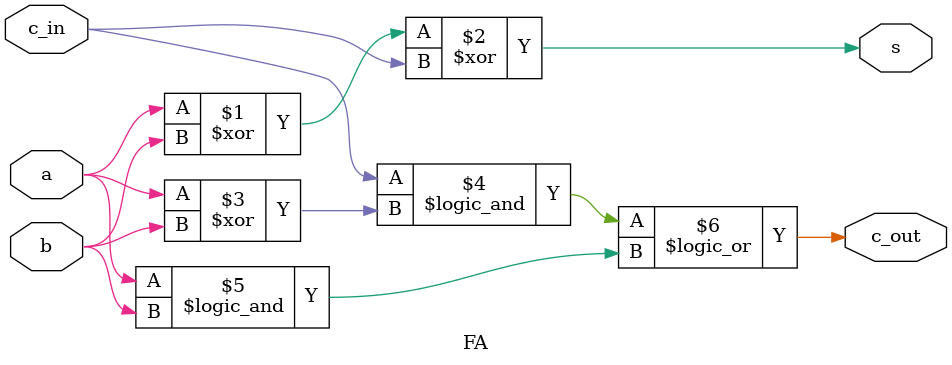
<source format=v>
`timescale 1ns / 1ps

module FA(
    input a,
    input b,
    input c_in,
    output c_out,
    output s    
    );
    
assign s = (a^b)^c_in;
assign c_out = (c_in && (a^b)) || (a&&b);
    
endmodule
</source>
